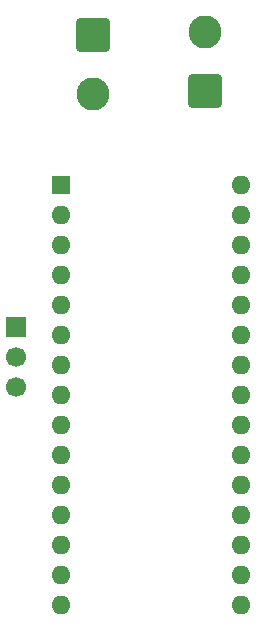
<source format=gbr>
%TF.GenerationSoftware,KiCad,Pcbnew,9.0.6*%
%TF.CreationDate,2026-01-24T14:46:46+01:00*%
%TF.ProjectId,Brushless motor test board,42727573-686c-4657-9373-206d6f746f72,rev?*%
%TF.SameCoordinates,Original*%
%TF.FileFunction,Soldermask,Top*%
%TF.FilePolarity,Negative*%
%FSLAX46Y46*%
G04 Gerber Fmt 4.6, Leading zero omitted, Abs format (unit mm)*
G04 Created by KiCad (PCBNEW 9.0.6) date 2026-01-24 14:46:46*
%MOMM*%
%LPD*%
G01*
G04 APERTURE LIST*
G04 Aperture macros list*
%AMRoundRect*
0 Rectangle with rounded corners*
0 $1 Rounding radius*
0 $2 $3 $4 $5 $6 $7 $8 $9 X,Y pos of 4 corners*
0 Add a 4 corners polygon primitive as box body*
4,1,4,$2,$3,$4,$5,$6,$7,$8,$9,$2,$3,0*
0 Add four circle primitives for the rounded corners*
1,1,$1+$1,$2,$3*
1,1,$1+$1,$4,$5*
1,1,$1+$1,$6,$7*
1,1,$1+$1,$8,$9*
0 Add four rect primitives between the rounded corners*
20,1,$1+$1,$2,$3,$4,$5,0*
20,1,$1+$1,$4,$5,$6,$7,0*
20,1,$1+$1,$6,$7,$8,$9,0*
20,1,$1+$1,$8,$9,$2,$3,0*%
G04 Aperture macros list end*
%ADD10R,1.600000X1.600000*%
%ADD11O,1.600000X1.600000*%
%ADD12RoundRect,0.250001X-1.149999X1.149999X-1.149999X-1.149999X1.149999X-1.149999X1.149999X1.149999X0*%
%ADD13C,2.800000*%
%ADD14RoundRect,0.250001X1.149999X-1.149999X1.149999X1.149999X-1.149999X1.149999X-1.149999X-1.149999X0*%
%ADD15R,1.700000X1.700000*%
%ADD16C,1.700000*%
G04 APERTURE END LIST*
D10*
%TO.C,A1*%
X112760000Y-50440000D03*
D11*
X112760000Y-52980000D03*
X112760000Y-55520000D03*
X112760000Y-58060000D03*
X112760000Y-60600000D03*
X112760000Y-63140000D03*
X112760000Y-65680000D03*
X112760000Y-68220000D03*
X112760000Y-70760000D03*
X112760000Y-73300000D03*
X112760000Y-75840000D03*
X112760000Y-78380000D03*
X112760000Y-80920000D03*
X112760000Y-83460000D03*
X112760000Y-86000000D03*
X128000000Y-86000000D03*
X128000000Y-83460000D03*
X128000000Y-80920000D03*
X128000000Y-78380000D03*
X128000000Y-75840000D03*
X128000000Y-73300000D03*
X128000000Y-70760000D03*
X128000000Y-68220000D03*
X128000000Y-65680000D03*
X128000000Y-63140000D03*
X128000000Y-60600000D03*
X128000000Y-58060000D03*
X128000000Y-55520000D03*
X128000000Y-52980000D03*
X128000000Y-50440000D03*
%TD*%
D12*
%TO.C,J3*%
X115532500Y-37750000D03*
D13*
X115532500Y-42750000D03*
%TD*%
D14*
%TO.C,J2*%
X125000000Y-42500000D03*
D13*
X125000000Y-37500000D03*
%TD*%
D15*
%TO.C,J4*%
X109000000Y-62460000D03*
D16*
X109000000Y-65000000D03*
X109000000Y-67540000D03*
%TD*%
M02*

</source>
